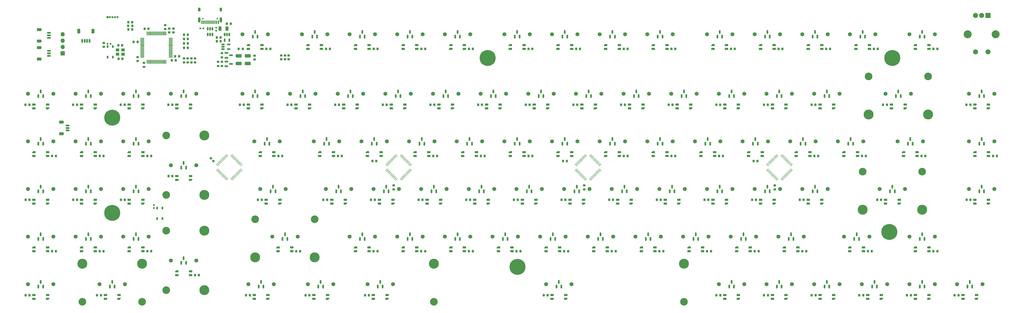
<source format=gbr>
%TF.GenerationSoftware,KiCad,Pcbnew,9.0.5*%
%TF.CreationDate,2026-01-20T20:49:48+07:00*%
%TF.ProjectId,MK98,4d4b3938-2e6b-4696-9361-645f70636258,rev?*%
%TF.SameCoordinates,Original*%
%TF.FileFunction,Soldermask,Bot*%
%TF.FilePolarity,Negative*%
%FSLAX46Y46*%
G04 Gerber Fmt 4.6, Leading zero omitted, Abs format (unit mm)*
G04 Created by KiCad (PCBNEW 9.0.5) date 2026-01-20 20:49:48*
%MOMM*%
%LPD*%
G01*
G04 APERTURE LIST*
G04 Aperture macros list*
%AMRoundRect*
0 Rectangle with rounded corners*
0 $1 Rounding radius*
0 $2 $3 $4 $5 $6 $7 $8 $9 X,Y pos of 4 corners*
0 Add a 4 corners polygon primitive as box body*
4,1,4,$2,$3,$4,$5,$6,$7,$8,$9,$2,$3,0*
0 Add four circle primitives for the rounded corners*
1,1,$1+$1,$2,$3*
1,1,$1+$1,$4,$5*
1,1,$1+$1,$6,$7*
1,1,$1+$1,$8,$9*
0 Add four rect primitives between the rounded corners*
20,1,$1+$1,$2,$3,$4,$5,0*
20,1,$1+$1,$4,$5,$6,$7,0*
20,1,$1+$1,$6,$7,$8,$9,0*
20,1,$1+$1,$8,$9,$2,$3,0*%
%AMRotRect*
0 Rectangle, with rotation*
0 The origin of the aperture is its center*
0 $1 length*
0 $2 width*
0 $3 Rotation angle, in degrees counterclockwise*
0 Add horizontal line*
21,1,$1,$2,0,0,$3*%
%AMFreePoly0*
4,1,18,-0.410000,0.593000,-0.403758,0.624380,-0.385983,0.650983,-0.359380,0.668758,-0.328000,0.675000,0.328000,0.675000,0.359380,0.668758,0.385983,0.650983,0.403758,0.624380,0.410000,0.593000,0.410000,-0.593000,0.403758,-0.624380,0.385983,-0.650983,0.359380,-0.668758,0.328000,-0.675000,0.000000,-0.675000,-0.410000,-0.265000,-0.410000,0.593000,-0.410000,0.593000,$1*%
G04 Aperture macros list end*
%ADD10C,2.000000*%
%ADD11C,3.200000*%
%ADD12R,2.000000X2.000000*%
%ADD13R,0.850000X0.850000*%
%ADD14C,0.850000*%
%ADD15C,3.987800*%
%ADD16C,3.048000*%
%ADD17C,0.800000*%
%ADD18C,6.400000*%
%ADD19O,1.700000X1.700000*%
%ADD20R,1.700000X1.700000*%
%ADD21FreePoly0,270.000000*%
%ADD22RoundRect,0.082000X-0.593000X0.328000X-0.593000X-0.328000X0.593000X-0.328000X0.593000X0.328000X0*%
%ADD23FreePoly0,90.000000*%
%ADD24RoundRect,0.082000X0.593000X-0.328000X0.593000X0.328000X-0.593000X0.328000X-0.593000X-0.328000X0*%
%ADD25RoundRect,0.250000X-0.350000X-0.650000X0.350000X-0.650000X0.350000X0.650000X-0.350000X0.650000X0*%
%ADD26RoundRect,0.150000X-0.150000X-0.625000X0.150000X-0.625000X0.150000X0.625000X-0.150000X0.625000X0*%
%ADD27RoundRect,0.225000X0.225000X0.250000X-0.225000X0.250000X-0.225000X-0.250000X0.225000X-0.250000X0*%
%ADD28RoundRect,0.150000X0.150000X-0.587500X0.150000X0.587500X-0.150000X0.587500X-0.150000X-0.587500X0*%
%ADD29C,1.600000*%
%ADD30RoundRect,0.250000X-0.945000X0.420000X-0.945000X-0.420000X0.945000X-0.420000X0.945000X0.420000X0*%
%ADD31RoundRect,0.225000X-0.225000X-0.250000X0.225000X-0.250000X0.225000X0.250000X-0.225000X0.250000X0*%
%ADD32RoundRect,0.200000X-0.275000X0.200000X-0.275000X-0.200000X0.275000X-0.200000X0.275000X0.200000X0*%
%ADD33RoundRect,0.225000X0.250000X-0.225000X0.250000X0.225000X-0.250000X0.225000X-0.250000X-0.225000X0*%
%ADD34RoundRect,0.150000X-0.512500X-0.150000X0.512500X-0.150000X0.512500X0.150000X-0.512500X0.150000X0*%
%ADD35RoundRect,0.250000X0.375000X0.625000X-0.375000X0.625000X-0.375000X-0.625000X0.375000X-0.625000X0*%
%ADD36RoundRect,0.160000X-0.160000X0.197500X-0.160000X-0.197500X0.160000X-0.197500X0.160000X0.197500X0*%
%ADD37RoundRect,0.225000X-0.250000X0.225000X-0.250000X-0.225000X0.250000X-0.225000X0.250000X0.225000X0*%
%ADD38R,0.700000X1.050013*%
%ADD39RoundRect,0.250000X0.650000X-0.350000X0.650000X0.350000X-0.650000X0.350000X-0.650000X-0.350000X0*%
%ADD40RoundRect,0.150000X0.625000X-0.150000X0.625000X0.150000X-0.625000X0.150000X-0.625000X-0.150000X0*%
%ADD41RoundRect,0.150000X-0.150000X0.512500X-0.150000X-0.512500X0.150000X-0.512500X0.150000X0.512500X0*%
%ADD42RoundRect,0.250000X-0.450000X-0.350000X0.450000X-0.350000X0.450000X0.350000X-0.450000X0.350000X0*%
%ADD43RoundRect,0.150000X-0.587500X-0.150000X0.587500X-0.150000X0.587500X0.150000X-0.587500X0.150000X0*%
%ADD44RoundRect,0.200000X-0.200000X-0.275000X0.200000X-0.275000X0.200000X0.275000X-0.200000X0.275000X0*%
%ADD45RoundRect,0.160000X0.197500X0.160000X-0.197500X0.160000X-0.197500X-0.160000X0.197500X-0.160000X0*%
%ADD46RoundRect,0.250000X-0.650000X0.350000X-0.650000X-0.350000X0.650000X-0.350000X0.650000X0.350000X0*%
%ADD47RoundRect,0.150000X-0.625000X0.150000X-0.625000X-0.150000X0.625000X-0.150000X0.625000X0.150000X0*%
%ADD48RoundRect,0.200000X0.275000X-0.200000X0.275000X0.200000X-0.275000X0.200000X-0.275000X-0.200000X0*%
%ADD49RotRect,0.229400X1.161999X45.000000*%
%ADD50RotRect,0.229400X1.161999X315.000000*%
%ADD51RotRect,0.229400X1.161999X135.000000*%
%ADD52RoundRect,0.075000X-0.075000X-0.700000X0.075000X-0.700000X0.075000X0.700000X-0.075000X0.700000X0*%
%ADD53RoundRect,0.075000X-0.700000X-0.075000X0.700000X-0.075000X0.700000X0.075000X-0.700000X0.075000X0*%
%ADD54RoundRect,0.225000X-0.335876X-0.017678X-0.017678X-0.335876X0.335876X0.017678X0.017678X0.335876X0*%
%ADD55O,1.000000X2.100000*%
%ADD56O,1.000000X1.600000*%
%ADD57R,0.600000X1.450000*%
%ADD58R,0.300000X1.450000*%
%ADD59C,0.650000*%
G04 APERTURE END LIST*
D10*
%TO.C,ENC1*%
X414347719Y-43987475D03*
X409347719Y-43987475D03*
D11*
X406247719Y-36987475D03*
X417447719Y-36987475D03*
D10*
X411847719Y-29487475D03*
X409347719Y-29487475D03*
D12*
X414347719Y-29487475D03*
%TD*%
D13*
%TO.C,J3*%
X62288245Y-30147971D03*
D14*
X63288245Y-30147971D03*
X64288246Y-30147971D03*
X65288245Y-30147971D03*
X66288245Y-30147971D03*
%TD*%
D15*
%TO.C,SB1*%
X390416250Y-69055000D03*
D16*
X390416250Y-53815000D03*
D15*
X366603750Y-69055000D03*
D16*
X366603750Y-53815000D03*
%TD*%
D17*
%TO.C,H3*%
X216682679Y-46475571D03*
X215979735Y-48172627D03*
X215979735Y-44778515D03*
X214282679Y-48875571D03*
D18*
X214282679Y-46475571D03*
D17*
X214282679Y-44075571D03*
X212585623Y-48172627D03*
X212585623Y-44778515D03*
X211882679Y-46475571D03*
%TD*%
D15*
%TO.C,SB2*%
X145147500Y-126205000D03*
D16*
X145147500Y-110965000D03*
D15*
X121335000Y-126205000D03*
D16*
X121335000Y-110965000D03*
%TD*%
D19*
%TO.C,J4*%
X44400000Y-37020000D03*
X44400000Y-39560000D03*
X44400000Y-42100000D03*
D20*
X44400000Y-44640000D03*
%TD*%
D17*
%TO.C,H2*%
X66585000Y-108425000D03*
X65882056Y-110122056D03*
X65882056Y-106727944D03*
X64185000Y-110825000D03*
D18*
X64185000Y-108425000D03*
D17*
X64185000Y-106025000D03*
X62487944Y-110122056D03*
X62487944Y-106727944D03*
X61785000Y-108425000D03*
%TD*%
%TO.C,H5*%
X378495424Y-46477450D03*
X377792480Y-48174506D03*
X377792480Y-44780394D03*
X376095424Y-48877450D03*
D18*
X376095424Y-46477450D03*
D17*
X376095424Y-44077450D03*
X374398368Y-48174506D03*
X374398368Y-44780394D03*
X373695424Y-46477450D03*
%TD*%
D16*
%TO.C,SB6*%
X85775000Y-77468750D03*
X85775000Y-101281250D03*
D15*
X101015001Y-77468749D03*
X101015001Y-101281251D03*
%TD*%
D17*
%TO.C,H6*%
X377350000Y-116022814D03*
X376647056Y-117719870D03*
X376647056Y-114325758D03*
X374950000Y-118422814D03*
D18*
X374950000Y-116022814D03*
D17*
X374950000Y-113622814D03*
X373252944Y-117719870D03*
X373252944Y-114325758D03*
X372550000Y-116022814D03*
%TD*%
D15*
%TO.C,SB3*%
X192772500Y-128745000D03*
D16*
X192772500Y-143984999D03*
D15*
X292785000Y-128745000D03*
D16*
X292785000Y-143984999D03*
%TD*%
D17*
%TO.C,H1*%
X66585000Y-70375000D03*
X65882056Y-72072056D03*
X65882056Y-68677944D03*
X64185000Y-72775000D03*
D18*
X64185000Y-70375000D03*
D17*
X64185000Y-67975000D03*
X62487944Y-72072056D03*
X62487944Y-68677944D03*
X61785000Y-70375000D03*
%TD*%
D15*
%TO.C,SB5*%
X388035000Y-107155000D03*
D16*
X388035000Y-91915000D03*
D15*
X364222500Y-107155000D03*
D16*
X364222500Y-91915000D03*
%TD*%
D15*
%TO.C,SB4*%
X52278749Y-128745000D03*
D16*
X52278750Y-143985000D03*
X76091250Y-143985000D03*
D15*
X76091251Y-128745000D03*
%TD*%
D17*
%TO.C,H4*%
X228660000Y-130000000D03*
X227957056Y-131697056D03*
X227957056Y-128302944D03*
X226260000Y-132400000D03*
D18*
X226260000Y-130000000D03*
D17*
X226260000Y-127600000D03*
X224562944Y-131697056D03*
X224562944Y-128302944D03*
X223860000Y-130000000D03*
%TD*%
D16*
%TO.C,SB7*%
X85775000Y-115568750D03*
X85775000Y-139381250D03*
D15*
X101015001Y-115568749D03*
X101015001Y-139381251D03*
%TD*%
D21*
%TO.C,LED38*%
X147185000Y-84180000D03*
D22*
X147185000Y-85680000D03*
X152635000Y-84180000D03*
X152635000Y-85680000D03*
%TD*%
D23*
%TO.C,LED87*%
X66910000Y-142830000D03*
D24*
X66910000Y-141330000D03*
X61460000Y-142830000D03*
X61460000Y-141330000D03*
%TD*%
D21*
%TO.C,LED10*%
X304347500Y-41317500D03*
D22*
X304347500Y-42817500D03*
X309797500Y-41317500D03*
X309797500Y-42817500D03*
%TD*%
D25*
%TO.C,J5*%
X56450000Y-35700000D03*
X50850000Y-35700000D03*
D26*
X55150000Y-39575000D03*
X54150000Y-39575000D03*
X53150000Y-39575000D03*
X52150000Y-39575000D03*
%TD*%
D23*
%TO.C,LED59*%
X214547500Y-104730000D03*
D24*
X214547500Y-103230000D03*
X209097500Y-104730000D03*
X209097500Y-103230000D03*
%TD*%
D27*
%TO.C,C29*%
X305737500Y-65150000D03*
X307287500Y-65150000D03*
%TD*%
D28*
%TO.C,HE39*%
X168960000Y-78912500D03*
X168010000Y-80787500D03*
X169910000Y-80787500D03*
D29*
X163880000Y-79850000D03*
X174040000Y-79850000D03*
%TD*%
D28*
%TO.C,HE5*%
X202297500Y-36050000D03*
X201347500Y-37925000D03*
X203247500Y-37925000D03*
D29*
X197217500Y-36987500D03*
X207377500Y-36987500D03*
%TD*%
D30*
%TO.C,C109*%
X118348137Y-48680571D03*
X118348137Y-45600571D03*
%TD*%
D23*
%TO.C,LED68*%
X414572500Y-104730000D03*
D24*
X414572500Y-103230000D03*
X409122500Y-104730000D03*
X409122500Y-103230000D03*
%TD*%
D21*
%TO.C,LED47*%
X318635000Y-84180000D03*
D22*
X318635000Y-85680000D03*
X324085000Y-84180000D03*
X324085000Y-85680000D03*
%TD*%
D27*
%TO.C,C28*%
X286687500Y-65150000D03*
X288237500Y-65150000D03*
%TD*%
D23*
%TO.C,LED95*%
X371710000Y-142830000D03*
D24*
X371710000Y-141330000D03*
X366260000Y-142830000D03*
X366260000Y-141330000D03*
%TD*%
D28*
%TO.C,HE67*%
X376128750Y-97962500D03*
X375178750Y-99837500D03*
X377078750Y-99837500D03*
D29*
X371048750Y-98900000D03*
X381208750Y-98900000D03*
%TD*%
D23*
%TO.C,LED96*%
X390760000Y-142830000D03*
D24*
X390760000Y-141330000D03*
X385310000Y-142830000D03*
X385310000Y-141330000D03*
%TD*%
D31*
%TO.C,C5*%
X208357501Y-42820000D03*
X206807501Y-42820000D03*
%TD*%
D28*
%TO.C,HE49*%
X359460000Y-78912500D03*
X358510000Y-80787500D03*
X360410000Y-80787500D03*
D29*
X354380000Y-79850000D03*
X364540000Y-79850000D03*
%TD*%
D32*
%TO.C,R4*%
X92860000Y-48270000D03*
X92860000Y-46620000D03*
%TD*%
D28*
%TO.C,HE28*%
X292785000Y-59862500D03*
X291835000Y-61737500D03*
X293735000Y-61737500D03*
D29*
X287705000Y-60800000D03*
X297865000Y-60800000D03*
%TD*%
D28*
%TO.C,HE95*%
X368985000Y-136062500D03*
X368035000Y-137937500D03*
X369935000Y-137937500D03*
D29*
X363905000Y-137000000D03*
X374065000Y-137000000D03*
%TD*%
D27*
%TO.C,C124*%
X105975000Y-38250000D03*
X107525000Y-38250000D03*
%TD*%
D33*
%TO.C,C114*%
X88623857Y-34672815D03*
X88623857Y-36222815D03*
%TD*%
D28*
%TO.C,HE9*%
X283260000Y-36050000D03*
X282310000Y-37925000D03*
X284210000Y-37925000D03*
D29*
X278180000Y-36987500D03*
X288340000Y-36987500D03*
%TD*%
D21*
%TO.C,LED74*%
X161472500Y-122280000D03*
D22*
X161472500Y-123780000D03*
X166922500Y-122280000D03*
X166922500Y-123780000D03*
%TD*%
D28*
%TO.C,HE64*%
X307072500Y-97962500D03*
X306122500Y-99837500D03*
X308022500Y-99837500D03*
D29*
X301992500Y-98900000D03*
X312152500Y-98900000D03*
%TD*%
D27*
%TO.C,C24*%
X210487500Y-65150000D03*
X212037500Y-65150000D03*
%TD*%
D34*
%TO.C,U2*%
X110730000Y-42950000D03*
X110730000Y-41050002D03*
X108455000Y-41050002D03*
X108455000Y-42000001D03*
X108455000Y-42950000D03*
%TD*%
D23*
%TO.C,LED26*%
X257410000Y-66630000D03*
D24*
X257410000Y-65130000D03*
X251960000Y-66630000D03*
X251960000Y-65130000D03*
%TD*%
D21*
%TO.C,LED43*%
X242435000Y-84180000D03*
D22*
X242435000Y-85680000D03*
X247885000Y-84180000D03*
X247885000Y-85680000D03*
%TD*%
D28*
%TO.C,HE59*%
X211822500Y-97962500D03*
X210872500Y-99837500D03*
X212772500Y-99837500D03*
D29*
X206742500Y-98900000D03*
X216902500Y-98900000D03*
%TD*%
D28*
%TO.C,HE31*%
X349935000Y-59862500D03*
X348985000Y-61737500D03*
X350885000Y-61737500D03*
D29*
X344855000Y-60800000D03*
X355015000Y-60800000D03*
%TD*%
D28*
%TO.C,HE23*%
X197535000Y-59862500D03*
X196585000Y-61737500D03*
X198485000Y-61737500D03*
D29*
X192455000Y-60800000D03*
X202615000Y-60800000D03*
%TD*%
D28*
%TO.C,HE78*%
X240397500Y-117012500D03*
X239447500Y-118887500D03*
X241347500Y-118887500D03*
D29*
X235317500Y-117950000D03*
X245477500Y-117950000D03*
%TD*%
D28*
%TO.C,HE35*%
X73710000Y-78912500D03*
X72760000Y-80787500D03*
X74660000Y-80787500D03*
D29*
X68630000Y-79850000D03*
X78790000Y-79850000D03*
%TD*%
D28*
%TO.C,HE7*%
X245160000Y-36050000D03*
X244210000Y-37925000D03*
X246110000Y-37925000D03*
D29*
X240080000Y-36987500D03*
X250240000Y-36987500D03*
%TD*%
D23*
%TO.C,LED19*%
X124060000Y-66630000D03*
D24*
X124060000Y-65130000D03*
X118610000Y-66630000D03*
X118610000Y-65130000D03*
%TD*%
D21*
%TO.C,LED8*%
X261485000Y-41317500D03*
D22*
X261485000Y-42817500D03*
X266935000Y-41317500D03*
X266935000Y-42817500D03*
%TD*%
D35*
%TO.C,F1*%
X107250002Y-34700000D03*
X110050000Y-34700000D03*
%TD*%
D28*
%TO.C,HE80*%
X278497500Y-117012500D03*
X277547500Y-118887500D03*
X279447500Y-118887500D03*
D29*
X273417500Y-117950000D03*
X283577500Y-117950000D03*
%TD*%
D28*
%TO.C,HE63*%
X288022500Y-97962500D03*
X287072500Y-99837500D03*
X288972500Y-99837500D03*
D29*
X282942500Y-98900000D03*
X293102500Y-98900000D03*
%TD*%
D28*
%TO.C,HE17*%
X73710000Y-59862500D03*
X72760000Y-61737500D03*
X74660000Y-61737500D03*
D29*
X68630000Y-60800000D03*
X78790000Y-60800000D03*
%TD*%
D31*
%TO.C,C41*%
X213121974Y-85674911D03*
X211571974Y-85674911D03*
%TD*%
D36*
%TO.C,R9*%
X105732149Y-35582351D03*
X105732149Y-34387351D03*
%TD*%
D37*
%TO.C,C101*%
X134750000Y-47010000D03*
X134750000Y-45460000D03*
%TD*%
D28*
%TO.C,HE10*%
X307072500Y-36050000D03*
X306122500Y-37925000D03*
X308022500Y-37925000D03*
D29*
X301992500Y-36987500D03*
X312152500Y-36987500D03*
%TD*%
D28*
%TO.C,HE25*%
X235635000Y-59862500D03*
X234685000Y-61737500D03*
X236585000Y-61737500D03*
D29*
X230555000Y-60800000D03*
X240715000Y-60800000D03*
%TD*%
D21*
%TO.C,LED50*%
X380547500Y-84180000D03*
D22*
X380547500Y-85680000D03*
X385997500Y-84180000D03*
X385997500Y-85680000D03*
%TD*%
D21*
%TO.C,LED48*%
X337685000Y-84180000D03*
D22*
X337685000Y-85680000D03*
X343135000Y-84180000D03*
X343135000Y-85680000D03*
%TD*%
D38*
%TO.C,RST_BTN1*%
X64474930Y-46100076D03*
X64474930Y-41899924D03*
X62325070Y-46100076D03*
X62325070Y-41899924D03*
%TD*%
D32*
%TO.C,R2*%
X106550000Y-49660000D03*
X106550000Y-48010000D03*
%TD*%
D27*
%TO.C,C115*%
X77100000Y-34775000D03*
X78650000Y-34775000D03*
%TD*%
D31*
%TO.C,C69*%
X41665000Y-123790000D03*
X40115000Y-123790000D03*
%TD*%
D27*
%TO.C,C15*%
X29512500Y-65150000D03*
X31062500Y-65150000D03*
%TD*%
D39*
%TO.C,J6*%
X35000000Y-42325000D03*
X35000000Y-46925000D03*
D40*
X38875000Y-43625000D03*
X38875001Y-44625000D03*
X38875000Y-45625000D03*
%TD*%
D28*
%TO.C,HE92*%
X311835000Y-136062500D03*
X310885000Y-137937500D03*
X312785000Y-137937500D03*
D29*
X306755000Y-137000000D03*
X316915000Y-137000000D03*
%TD*%
D31*
%TO.C,C80*%
X284552500Y-123790000D03*
X283002500Y-123790000D03*
%TD*%
%TO.C,C42*%
X232171974Y-85674911D03*
X230621974Y-85674911D03*
%TD*%
D28*
%TO.C,HE14*%
X388035000Y-36050000D03*
X387085000Y-37925000D03*
X388985000Y-37925000D03*
D29*
X382955000Y-36987500D03*
X393115000Y-36987500D03*
%TD*%
D28*
%TO.C,HE79*%
X259447500Y-117012500D03*
X258497500Y-118887500D03*
X260397500Y-118887500D03*
D29*
X254367500Y-117950000D03*
X264527500Y-117950000D03*
%TD*%
D41*
%TO.C,U3*%
X102370575Y-37059171D03*
X103320574Y-37059171D03*
X104270573Y-37059171D03*
X104270573Y-34784171D03*
X103320574Y-34784171D03*
X102370575Y-34784171D03*
%TD*%
D27*
%TO.C,C32*%
X372412500Y-65150000D03*
X373962500Y-65150000D03*
%TD*%
D23*
%TO.C,LED61*%
X252647500Y-104730000D03*
D24*
X252647500Y-103230000D03*
X247197500Y-104730000D03*
X247197500Y-103230000D03*
%TD*%
D27*
%TO.C,C120*%
X72775000Y-40075000D03*
X74325000Y-40075000D03*
%TD*%
D23*
%TO.C,LED63*%
X290747500Y-104730000D03*
D24*
X290747500Y-103230000D03*
X285297500Y-104730000D03*
X285297500Y-103230000D03*
%TD*%
D28*
%TO.C,HE36*%
X92760000Y-88437500D03*
X91810000Y-90312500D03*
X93710000Y-90312500D03*
D29*
X87680000Y-89375000D03*
X97840000Y-89375000D03*
%TD*%
D21*
%TO.C,LED46*%
X299585000Y-84180000D03*
D22*
X299585000Y-85680000D03*
X305035000Y-84180000D03*
X305035000Y-85680000D03*
%TD*%
D31*
%TO.C,C10*%
X313132501Y-42820000D03*
X311582501Y-42820000D03*
%TD*%
D21*
%TO.C,LED1*%
X118610000Y-41317500D03*
D22*
X118610000Y-42817500D03*
X124060000Y-41317500D03*
X124060000Y-42817500D03*
%TD*%
D21*
%TO.C,LED11*%
X323397500Y-41317500D03*
D22*
X323397500Y-42817500D03*
X328847500Y-41317500D03*
X328847500Y-42817500D03*
%TD*%
D30*
%TO.C,C108*%
X114730000Y-48680000D03*
X114730000Y-45600000D03*
%TD*%
D21*
%TO.C,LED6*%
X223385000Y-41317500D03*
D22*
X223385000Y-42817500D03*
X228835000Y-41317500D03*
X228835000Y-42817500D03*
%TD*%
D23*
%TO.C,LED22*%
X181210000Y-66630000D03*
D24*
X181210000Y-65130000D03*
X175760000Y-66630000D03*
X175760000Y-65130000D03*
%TD*%
D28*
%TO.C,HE40*%
X188010000Y-78912500D03*
X187060000Y-80787500D03*
X188960000Y-80787500D03*
D29*
X182930000Y-79850000D03*
X193090000Y-79850000D03*
%TD*%
D28*
%TO.C,HE12*%
X345172500Y-36050000D03*
X344222500Y-37925000D03*
X346122500Y-37925000D03*
D29*
X340092500Y-36987500D03*
X350252500Y-36987500D03*
%TD*%
D37*
%TO.C,C117*%
X76859771Y-49986890D03*
X76859771Y-48436890D03*
%TD*%
D28*
%TO.C,HE82*%
X316597500Y-117012500D03*
X315647500Y-118887500D03*
X317547500Y-118887500D03*
D29*
X311517500Y-117950000D03*
X321677500Y-117950000D03*
%TD*%
D21*
%TO.C,LED71*%
X70985000Y-122280000D03*
D22*
X70985000Y-123780000D03*
X76435000Y-122280000D03*
X76435000Y-123780000D03*
%TD*%
D27*
%TO.C,C25*%
X229537500Y-65150000D03*
X231087500Y-65150000D03*
%TD*%
D23*
%TO.C,LED88*%
X126441250Y-142830000D03*
D24*
X126441250Y-141330000D03*
X120991250Y-142830000D03*
X120991250Y-141330000D03*
%TD*%
D31*
%TO.C,C112*%
X94410000Y-38876289D03*
X92860000Y-38876289D03*
%TD*%
D23*
%TO.C,LED86*%
X38335000Y-142830000D03*
D24*
X38335000Y-141330000D03*
X32885000Y-142830000D03*
X32885000Y-141330000D03*
%TD*%
D27*
%TO.C,C21*%
X153337500Y-65150000D03*
X154887500Y-65150000D03*
%TD*%
D28*
%TO.C,HE88*%
X123716250Y-136062500D03*
X122766250Y-137937500D03*
X124666250Y-137937500D03*
D29*
X118636250Y-137000000D03*
X128796250Y-137000000D03*
%TD*%
D31*
%TO.C,C6*%
X232170000Y-42820000D03*
X230620000Y-42820000D03*
%TD*%
%TO.C,C8*%
X270270001Y-42820000D03*
X268720001Y-42820000D03*
%TD*%
%TO.C,C48*%
X346471974Y-85674911D03*
X344921974Y-85674911D03*
%TD*%
D28*
%TO.C,HE29*%
X311835000Y-59862500D03*
X310885000Y-61737500D03*
X312785000Y-61737500D03*
D29*
X306755000Y-60800000D03*
X316915000Y-60800000D03*
%TD*%
D28*
%TO.C,HE42*%
X226110000Y-78912500D03*
X225160000Y-80787500D03*
X227060000Y-80787500D03*
D29*
X221030000Y-79850000D03*
X231190000Y-79850000D03*
%TD*%
D31*
%TO.C,C76*%
X208352500Y-123790000D03*
X206802500Y-123790000D03*
%TD*%
D27*
%TO.C,C90*%
X165281250Y-141370000D03*
X166831250Y-141370000D03*
%TD*%
D31*
%TO.C,C4*%
X189307501Y-42820000D03*
X187757501Y-42820000D03*
%TD*%
D23*
%TO.C,LED64*%
X309797500Y-104730000D03*
D24*
X309797500Y-103230000D03*
X304347500Y-104730000D03*
X304347500Y-103230000D03*
%TD*%
D31*
%TO.C,C51*%
X417909474Y-85674911D03*
X416359474Y-85674911D03*
%TD*%
D23*
%TO.C,LED58*%
X195497500Y-104730000D03*
D24*
X195497500Y-103230000D03*
X190047500Y-104730000D03*
X190047500Y-103230000D03*
%TD*%
D23*
%TO.C,LED32*%
X381235000Y-66630000D03*
D24*
X381235000Y-65130000D03*
X375785000Y-66630000D03*
X375785000Y-65130000D03*
%TD*%
D27*
%TO.C,C23*%
X191437500Y-65150000D03*
X192987500Y-65150000D03*
%TD*%
D36*
%TO.C,R11*%
X80890000Y-106517500D03*
X80890000Y-105322500D03*
%TD*%
D21*
%TO.C,LED73*%
X130516250Y-122280000D03*
D22*
X130516250Y-123780000D03*
X135966250Y-122280000D03*
X135966250Y-123780000D03*
%TD*%
D28*
%TO.C,HE68*%
X411847500Y-97962500D03*
X410897500Y-99837500D03*
X412797500Y-99837500D03*
D29*
X406767500Y-98900000D03*
X416927500Y-98900000D03*
%TD*%
D21*
%TO.C,LED39*%
X166235000Y-84180000D03*
D22*
X166235000Y-85680000D03*
X171685000Y-84180000D03*
X171685000Y-85680000D03*
%TD*%
D31*
%TO.C,C82*%
X322652500Y-123790000D03*
X321102500Y-123790000D03*
%TD*%
D32*
%TO.C,R6*%
X95813333Y-48270000D03*
X95813333Y-46620000D03*
%TD*%
D27*
%TO.C,C55*%
X122418750Y-103230000D03*
X123968750Y-103230000D03*
%TD*%
D21*
%TO.C,LED44*%
X261485000Y-84180000D03*
D22*
X261485000Y-85680000D03*
X266935000Y-84180000D03*
X266935000Y-85680000D03*
%TD*%
D42*
%TO.C,Y1*%
X66326719Y-44926475D03*
X68526719Y-44926475D03*
X68526719Y-43226475D03*
X66326719Y-43226475D03*
%TD*%
D27*
%TO.C,C58*%
X186712500Y-103230000D03*
X188262500Y-103230000D03*
%TD*%
%TO.C,C53*%
X48600000Y-103230000D03*
X50150000Y-103230000D03*
%TD*%
D23*
%TO.C,LED24*%
X219310000Y-66630000D03*
D24*
X219310000Y-65130000D03*
X213860000Y-66630000D03*
X213860000Y-65130000D03*
%TD*%
D28*
%TO.C,HE61*%
X249922500Y-97962500D03*
X248972500Y-99837500D03*
X250872500Y-99837500D03*
D29*
X244842500Y-98900000D03*
X255002500Y-98900000D03*
%TD*%
D31*
%TO.C,C7*%
X251220002Y-42820000D03*
X249670002Y-42820000D03*
%TD*%
D27*
%TO.C,C88*%
X117656250Y-141370000D03*
X119206250Y-141370000D03*
%TD*%
D43*
%TO.C,Q2*%
X111690001Y-48840001D03*
X109815000Y-47890001D03*
X109815000Y-49790001D03*
%TD*%
D27*
%TO.C,C97*%
X401025000Y-141370000D03*
X402575000Y-141370000D03*
%TD*%
D23*
%TO.C,LED52*%
X38335000Y-104730000D03*
D24*
X38335000Y-103230000D03*
X32885000Y-104730000D03*
X32885000Y-103230000D03*
%TD*%
D28*
%TO.C,HE75*%
X183247500Y-117012500D03*
X182297500Y-118887500D03*
X184197500Y-118887500D03*
D29*
X178167500Y-117950000D03*
X188327500Y-117950000D03*
%TD*%
D28*
%TO.C,HE43*%
X245160000Y-78912500D03*
X244210000Y-80787500D03*
X246110000Y-80787500D03*
D29*
X240080000Y-79850000D03*
X250240000Y-79850000D03*
%TD*%
D23*
%TO.C,LED21*%
X162160000Y-66630000D03*
D24*
X162160000Y-65130000D03*
X156710000Y-66630000D03*
X156710000Y-65130000D03*
%TD*%
D28*
%TO.C,HE74*%
X164197500Y-117012500D03*
X163247500Y-118887500D03*
X165147500Y-118887500D03*
D29*
X159117500Y-117950000D03*
X169277500Y-117950000D03*
%TD*%
D31*
%TO.C,C118*%
X89545528Y-47368461D03*
X87995528Y-47368461D03*
%TD*%
D23*
%TO.C,LED65*%
X328847500Y-104730000D03*
D24*
X328847500Y-103230000D03*
X323397500Y-104730000D03*
X323397500Y-103230000D03*
%TD*%
D27*
%TO.C,C20*%
X134287500Y-65150000D03*
X135837500Y-65150000D03*
%TD*%
D21*
%TO.C,LED76*%
X199572500Y-122280000D03*
D22*
X199572500Y-123780000D03*
X205022500Y-122280000D03*
X205022500Y-123780000D03*
%TD*%
D33*
%TO.C,C128*%
X252916719Y-97471475D03*
X252916719Y-99021475D03*
%TD*%
D31*
%TO.C,C77*%
X227402500Y-123790000D03*
X225852500Y-123790000D03*
%TD*%
D23*
%TO.C,LED16*%
X57385000Y-66630000D03*
D24*
X57385000Y-65130000D03*
X51935000Y-66630000D03*
X51935000Y-65130000D03*
%TD*%
D31*
%TO.C,C122*%
X68275247Y-46805907D03*
X66725247Y-46805907D03*
%TD*%
D28*
%TO.C,HE4*%
X183247500Y-36050000D03*
X182297500Y-37925000D03*
X184197500Y-37925000D03*
D29*
X178167500Y-36987500D03*
X188327500Y-36987500D03*
%TD*%
D28*
%TO.C,HE69*%
X35610000Y-117012500D03*
X34660000Y-118887500D03*
X36560000Y-118887500D03*
D29*
X30530000Y-117950000D03*
X40690000Y-117950000D03*
%TD*%
D28*
%TO.C,HE41*%
X207060000Y-78912500D03*
X206110000Y-80787500D03*
X208010000Y-80787500D03*
D29*
X201980000Y-79850000D03*
X212140000Y-79850000D03*
%TD*%
D44*
%TO.C,R12*%
X116386719Y-42841475D03*
X114736719Y-42841475D03*
%TD*%
D31*
%TO.C,C2*%
X151207501Y-42820000D03*
X149657501Y-42820000D03*
%TD*%
%TO.C,C13*%
X370282501Y-42820000D03*
X368732501Y-42820000D03*
%TD*%
D28*
%TO.C,HE48*%
X340410000Y-78912500D03*
X339460000Y-80787500D03*
X341360000Y-80787500D03*
D29*
X335330000Y-79850000D03*
X345490000Y-79850000D03*
%TD*%
D28*
%TO.C,HE24*%
X216585000Y-59862500D03*
X215635000Y-61737500D03*
X217535000Y-61737500D03*
D29*
X211505000Y-60800000D03*
X221665000Y-60800000D03*
%TD*%
D38*
%TO.C,BOOT_BTN1*%
X84274930Y-110700076D03*
X84274930Y-106499924D03*
X82125070Y-110700076D03*
X82125070Y-106499924D03*
%TD*%
D45*
%TO.C,R8*%
X99422500Y-34610000D03*
X100617500Y-34610000D03*
%TD*%
D28*
%TO.C,HE46*%
X302310000Y-78912500D03*
X301360000Y-80787500D03*
X303260000Y-80787500D03*
D29*
X297230000Y-79850000D03*
X307390000Y-79850000D03*
%TD*%
D31*
%TO.C,C74*%
X170252500Y-123790000D03*
X168702500Y-123790000D03*
%TD*%
%TO.C,C110*%
X94410000Y-42370000D03*
X92860000Y-42370000D03*
%TD*%
D23*
%TO.C,LED36*%
X95485000Y-95205000D03*
D24*
X95485000Y-93705000D03*
X90035000Y-95205000D03*
X90035000Y-93705000D03*
%TD*%
D28*
%TO.C,HE58*%
X192772500Y-97962500D03*
X191822500Y-99837500D03*
X193722500Y-99837500D03*
D29*
X187692500Y-98900000D03*
X197852500Y-98900000D03*
%TD*%
D28*
%TO.C,HE6*%
X226110000Y-36050000D03*
X225160000Y-37925000D03*
X227060000Y-37925000D03*
D29*
X221030000Y-36987500D03*
X231190000Y-36987500D03*
%TD*%
D21*
%TO.C,LED2*%
X142422500Y-41317500D03*
D22*
X142422500Y-42817500D03*
X147872500Y-41317500D03*
X147872500Y-42817500D03*
%TD*%
D28*
%TO.C,HE93*%
X330885000Y-136062500D03*
X329935000Y-137937500D03*
X331835000Y-137937500D03*
D29*
X325805000Y-137000000D03*
X335965000Y-137000000D03*
%TD*%
D31*
%TO.C,C83*%
X341702500Y-123790000D03*
X340152500Y-123790000D03*
%TD*%
D27*
%TO.C,C98*%
X405750000Y-65150000D03*
X407300000Y-65150000D03*
%TD*%
D28*
%TO.C,HE98*%
X411847500Y-59862500D03*
X410897500Y-61737500D03*
X412797500Y-61737500D03*
D29*
X406767500Y-60800000D03*
X416927500Y-60800000D03*
%TD*%
D46*
%TO.C,J2*%
X43834999Y-76760000D03*
X43834999Y-72160000D03*
D47*
X46360000Y-75460000D03*
X46359999Y-74460000D03*
X46360000Y-73460000D03*
%TD*%
D21*
%TO.C,LED35*%
X70985000Y-84180000D03*
D22*
X70985000Y-85680000D03*
X76435000Y-84180000D03*
X76435000Y-85680000D03*
%TD*%
D23*
%TO.C,LED54*%
X76435000Y-104730000D03*
D24*
X76435000Y-103230000D03*
X70985000Y-104730000D03*
X70985000Y-103230000D03*
%TD*%
D31*
%TO.C,C79*%
X265502500Y-123790000D03*
X263952500Y-123790000D03*
%TD*%
%TO.C,C12*%
X351232502Y-42820000D03*
X349682502Y-42820000D03*
%TD*%
D23*
%TO.C,LED97*%
X409810000Y-142830000D03*
D24*
X409810000Y-141330000D03*
X404360000Y-142830000D03*
X404360000Y-141330000D03*
%TD*%
D31*
%TO.C,C71*%
X79765000Y-123790000D03*
X78215000Y-123790000D03*
%TD*%
D27*
%TO.C,C86*%
X29550000Y-141370000D03*
X31100000Y-141370000D03*
%TD*%
D28*
%TO.C,HE66*%
X345172500Y-97962500D03*
X344222500Y-99837500D03*
X346122500Y-99837500D03*
D29*
X340092500Y-98900000D03*
X350252500Y-98900000D03*
%TD*%
D31*
%TO.C,C75*%
X189302500Y-123790000D03*
X187752500Y-123790000D03*
%TD*%
D27*
%TO.C,C89*%
X141468750Y-141370000D03*
X143018750Y-141370000D03*
%TD*%
D23*
%TO.C,LED90*%
X174066250Y-142830000D03*
D24*
X174066250Y-141330000D03*
X168616250Y-142830000D03*
X168616250Y-141330000D03*
%TD*%
D21*
%TO.C,LED84*%
X359116250Y-122280000D03*
D22*
X359116250Y-123780000D03*
X364566250Y-122280000D03*
X364566250Y-123780000D03*
%TD*%
D31*
%TO.C,C45*%
X289321974Y-85674911D03*
X287771974Y-85674911D03*
%TD*%
D27*
%TO.C,C30*%
X324787500Y-65150000D03*
X326337500Y-65150000D03*
%TD*%
D23*
%TO.C,LED28*%
X295510000Y-66630000D03*
D24*
X295510000Y-65130000D03*
X290060000Y-66630000D03*
X290060000Y-65130000D03*
%TD*%
D28*
%TO.C,HE2*%
X145147500Y-36050000D03*
X144197500Y-37925000D03*
X146097500Y-37925000D03*
D29*
X140067500Y-36987500D03*
X150227500Y-36987500D03*
%TD*%
D23*
%TO.C,LED92*%
X314560000Y-142830000D03*
D24*
X314560000Y-141330000D03*
X309110000Y-142830000D03*
X309110000Y-141330000D03*
%TD*%
D23*
%TO.C,LED29*%
X314560000Y-66630000D03*
D24*
X314560000Y-65130000D03*
X309110000Y-66630000D03*
X309110000Y-65130000D03*
%TD*%
D27*
%TO.C,C62*%
X262912500Y-103230000D03*
X264462500Y-103230000D03*
%TD*%
D31*
%TO.C,C14*%
X394095001Y-42820000D03*
X392545001Y-42820000D03*
%TD*%
D28*
%TO.C,HE54*%
X73710000Y-97962500D03*
X72760000Y-99837500D03*
X74660000Y-99837500D03*
D29*
X68630000Y-98900000D03*
X78790000Y-98900000D03*
%TD*%
D21*
%TO.C,LED69*%
X32885000Y-122280000D03*
D22*
X32885000Y-123780000D03*
X38335000Y-122280000D03*
X38335000Y-123780000D03*
%TD*%
D27*
%TO.C,C19*%
X115237500Y-65150000D03*
X116787500Y-65150000D03*
%TD*%
D23*
%TO.C,LED31*%
X352660000Y-66630000D03*
D24*
X352660000Y-65130000D03*
X347210000Y-66630000D03*
X347210000Y-65130000D03*
%TD*%
D31*
%TO.C,C84*%
X367896250Y-123790000D03*
X366346250Y-123790000D03*
%TD*%
%TO.C,C33*%
X41669278Y-85681442D03*
X40119278Y-85681442D03*
%TD*%
D32*
%TO.C,R3*%
X108050000Y-49658820D03*
X108050000Y-48008820D03*
%TD*%
D27*
%TO.C,C47*%
X320625000Y-87667499D03*
X322175000Y-87667499D03*
%TD*%
D28*
%TO.C,HE60*%
X230872500Y-97962500D03*
X229922500Y-99837500D03*
X231822500Y-99837500D03*
D29*
X225792500Y-98900000D03*
X235952500Y-98900000D03*
%TD*%
D31*
%TO.C,C38*%
X155971974Y-85674911D03*
X154421974Y-85674911D03*
%TD*%
D27*
%TO.C,C59*%
X205762500Y-103230000D03*
X207312500Y-103230000D03*
%TD*%
D21*
%TO.C,LED81*%
X294822500Y-122280000D03*
D22*
X294822500Y-123780000D03*
X300272500Y-122280000D03*
X300272500Y-123780000D03*
%TD*%
D27*
%TO.C,C22*%
X172387500Y-65150000D03*
X173937500Y-65150000D03*
%TD*%
D21*
%TO.C,LED4*%
X180522500Y-41317500D03*
D22*
X180522500Y-42817500D03*
X185972500Y-41317500D03*
X185972500Y-42817500D03*
%TD*%
D31*
%TO.C,C78*%
X246452500Y-123790000D03*
X244902500Y-123790000D03*
%TD*%
D39*
%TO.C,J7*%
X35000000Y-35100000D03*
X35000000Y-39700000D03*
D40*
X38875000Y-36400000D03*
X38875001Y-37400000D03*
X38875000Y-38400000D03*
%TD*%
D27*
%TO.C,C92*%
X305775000Y-141370000D03*
X307325000Y-141370000D03*
%TD*%
%TO.C,C63*%
X281962500Y-103230000D03*
X283512500Y-103230000D03*
%TD*%
D31*
%TO.C,C40*%
X194071974Y-85674911D03*
X192521974Y-85674911D03*
%TD*%
D28*
%TO.C,HE19*%
X121335000Y-59862500D03*
X120385000Y-61737500D03*
X122285000Y-61737500D03*
D29*
X116255000Y-60800000D03*
X126415000Y-60800000D03*
%TD*%
D31*
%TO.C,C46*%
X308371974Y-85674911D03*
X306821974Y-85674911D03*
%TD*%
D21*
%TO.C,LED80*%
X275772500Y-122280000D03*
D22*
X275772500Y-123780000D03*
X281222500Y-122280000D03*
X281222500Y-123780000D03*
%TD*%
D23*
%TO.C,LED27*%
X276460000Y-66630000D03*
D24*
X276460000Y-65130000D03*
X271010000Y-66630000D03*
X271010000Y-65130000D03*
%TD*%
D48*
%TO.C,R1*%
X108028150Y-44555000D03*
X108028150Y-46205000D03*
%TD*%
D31*
%TO.C,C73*%
X139296250Y-123790000D03*
X137746250Y-123790000D03*
%TD*%
D23*
%TO.C,LED17*%
X76435000Y-66630000D03*
D24*
X76435000Y-65130000D03*
X70985000Y-66630000D03*
X70985000Y-65130000D03*
%TD*%
D28*
%TO.C,HE96*%
X388035000Y-136062500D03*
X387085000Y-137937500D03*
X388985000Y-137937500D03*
D29*
X382955000Y-137000000D03*
X393115000Y-137000000D03*
%TD*%
D28*
%TO.C,HE21*%
X159435000Y-59862500D03*
X158485000Y-61737500D03*
X160385000Y-61737500D03*
D29*
X154355000Y-60800000D03*
X164515000Y-60800000D03*
%TD*%
D27*
%TO.C,C54*%
X67650000Y-103230000D03*
X69200000Y-103230000D03*
%TD*%
D28*
%TO.C,HE26*%
X254680000Y-59862500D03*
X253730000Y-61737500D03*
X255630000Y-61737500D03*
D29*
X249600000Y-60800000D03*
X259760000Y-60800000D03*
%TD*%
D27*
%TO.C,C93*%
X324825000Y-141370000D03*
X326375000Y-141370000D03*
%TD*%
D21*
%TO.C,LED40*%
X185285000Y-84180000D03*
D22*
X185285000Y-85680000D03*
X190735000Y-84180000D03*
X190735000Y-85680000D03*
%TD*%
D28*
%TO.C,HE86*%
X35610000Y-136062500D03*
X34660000Y-137937500D03*
X36560000Y-137937500D03*
D29*
X30530000Y-137000000D03*
X40690000Y-137000000D03*
%TD*%
D28*
%TO.C,HE38*%
X149910000Y-78912500D03*
X148960000Y-80787500D03*
X150860000Y-80787500D03*
D29*
X144830000Y-79850000D03*
X154990000Y-79850000D03*
%TD*%
D28*
%TO.C,HE56*%
X154672500Y-97962500D03*
X153722500Y-99837500D03*
X155622500Y-99837500D03*
D29*
X149592500Y-98900000D03*
X159752500Y-98900000D03*
%TD*%
D21*
%TO.C,LED78*%
X237672500Y-122280000D03*
D22*
X237672500Y-123780000D03*
X243122500Y-122280000D03*
X243122500Y-123780000D03*
%TD*%
D28*
%TO.C,HE91*%
X242778750Y-136062500D03*
X241828750Y-137937500D03*
X243728750Y-137937500D03*
D29*
X237698750Y-137000000D03*
X247858750Y-137000000D03*
%TD*%
D21*
%TO.C,LED3*%
X161472500Y-41317500D03*
D22*
X161472500Y-42817500D03*
X166922500Y-41317500D03*
X166922500Y-42817500D03*
%TD*%
D27*
%TO.C,C66*%
X339112500Y-103230000D03*
X340662500Y-103230000D03*
%TD*%
D31*
%TO.C,C9*%
X289320001Y-42820000D03*
X287770001Y-42820000D03*
%TD*%
D23*
%TO.C,LED15*%
X38335000Y-66630000D03*
D24*
X38335000Y-65130000D03*
X32885000Y-66630000D03*
X32885000Y-65130000D03*
%TD*%
D28*
%TO.C,HE37*%
X126097500Y-78912500D03*
X125147500Y-80787500D03*
X127047500Y-80787500D03*
D29*
X121017500Y-79850000D03*
X131177500Y-79850000D03*
%TD*%
D27*
%TO.C,C67*%
X370068750Y-103230000D03*
X371618750Y-103230000D03*
%TD*%
D23*
%TO.C,LED23*%
X200260000Y-66630000D03*
D24*
X200260000Y-65130000D03*
X194810000Y-66630000D03*
X194810000Y-65130000D03*
%TD*%
D28*
%TO.C,HE8*%
X264210000Y-36050000D03*
X263260000Y-37925000D03*
X265160000Y-37925000D03*
D29*
X259130000Y-36987500D03*
X269290000Y-36987500D03*
%TD*%
D33*
%TO.C,C125*%
X60800000Y-40425000D03*
X60800000Y-41975000D03*
%TD*%
D31*
%TO.C,C49*%
X365521974Y-85674911D03*
X363971974Y-85674911D03*
%TD*%
D49*
%TO.C,U5*%
X111910858Y-95018920D03*
X112264411Y-94665368D03*
X112617965Y-94311813D03*
X112971518Y-93958260D03*
X113325071Y-93604707D03*
X113678625Y-93251153D03*
X114032178Y-92897600D03*
X114385732Y-92544046D03*
X114739285Y-92190493D03*
X115092838Y-91836940D03*
X115446393Y-91483386D03*
X115799945Y-91129833D03*
D50*
X115799945Y-89270425D03*
X115446393Y-88916872D03*
X115092838Y-88563318D03*
X114739285Y-88209765D03*
X114385732Y-87856212D03*
X114032178Y-87502658D03*
X113678625Y-87149105D03*
X113325071Y-86795551D03*
X112971518Y-86441998D03*
X112617965Y-86088445D03*
X112264411Y-85734890D03*
X111910858Y-85381338D03*
D49*
X110051450Y-85381338D03*
X109697897Y-85734890D03*
X109344343Y-86088445D03*
X108990790Y-86441998D03*
X108637237Y-86795551D03*
X108283683Y-87149105D03*
X107930130Y-87502658D03*
X107576576Y-87856212D03*
X107223023Y-88209765D03*
X106869470Y-88563318D03*
X106515915Y-88916872D03*
X106162363Y-89270425D03*
D50*
X106162363Y-91129833D03*
X106515915Y-91483386D03*
X106869470Y-91836940D03*
X107223023Y-92190493D03*
X107576576Y-92544046D03*
X107930130Y-92897600D03*
X108283683Y-93251153D03*
X108637237Y-93604707D03*
X108990790Y-93958260D03*
X109344343Y-94311813D03*
X109697897Y-94665368D03*
X110051450Y-95018920D03*
%TD*%
D27*
%TO.C,C52*%
X29550000Y-103230000D03*
X31100000Y-103230000D03*
%TD*%
%TO.C,C27*%
X267637500Y-65150000D03*
X269187500Y-65150000D03*
%TD*%
D28*
%TO.C,HE71*%
X73710000Y-117012500D03*
X72760000Y-118887500D03*
X74660000Y-118887500D03*
D29*
X68630000Y-117950000D03*
X78790000Y-117950000D03*
%TD*%
D23*
%TO.C,LED20*%
X143110000Y-66630000D03*
D24*
X143110000Y-65130000D03*
X137660000Y-66630000D03*
X137660000Y-65130000D03*
%TD*%
D44*
%TO.C,FB1*%
X72200000Y-33600000D03*
X70550000Y-33600000D03*
%TD*%
D31*
%TO.C,C81*%
X303602500Y-123790000D03*
X302052500Y-123790000D03*
%TD*%
D28*
%TO.C,HE30*%
X330885000Y-59862500D03*
X329935000Y-61737500D03*
X331835000Y-61737500D03*
D29*
X325805000Y-60800000D03*
X335965000Y-60800000D03*
%TD*%
D51*
%TO.C,U8*%
X335795576Y-89293075D03*
X335442024Y-88939522D03*
X335088469Y-88585968D03*
X334734916Y-88232415D03*
X334381363Y-87878862D03*
X334027809Y-87525308D03*
X333674256Y-87171755D03*
X333320702Y-86818201D03*
X332967149Y-86464648D03*
X332613596Y-86111095D03*
X332260042Y-85757540D03*
X331906489Y-85403988D03*
D49*
X330047081Y-85403988D03*
X329693528Y-85757540D03*
X329339974Y-86111095D03*
X328986421Y-86464648D03*
X328632868Y-86818201D03*
X328279314Y-87171755D03*
X327925761Y-87525308D03*
X327572207Y-87878862D03*
X327218654Y-88232415D03*
X326865101Y-88585968D03*
X326511546Y-88939522D03*
X326157994Y-89293075D03*
D51*
X326157994Y-91152483D03*
X326511546Y-91506036D03*
X326865101Y-91859590D03*
X327218654Y-92213143D03*
X327572207Y-92566696D03*
X327925761Y-92920250D03*
X328279314Y-93273803D03*
X328632868Y-93627357D03*
X328986421Y-93980910D03*
X329339974Y-94334463D03*
X329693528Y-94688018D03*
X330047081Y-95041570D03*
D49*
X331906489Y-95041570D03*
X332260042Y-94688018D03*
X332613596Y-94334463D03*
X332967149Y-93980910D03*
X333320702Y-93627357D03*
X333674256Y-93273803D03*
X334027809Y-92920250D03*
X334381363Y-92566696D03*
X334734916Y-92213143D03*
X335088469Y-91859590D03*
X335442024Y-91506036D03*
X335795576Y-91152483D03*
%TD*%
D27*
%TO.C,C132*%
X89366537Y-45765747D03*
X90916537Y-45765747D03*
%TD*%
D28*
%TO.C,HE27*%
X273735000Y-59862500D03*
X272785000Y-61737500D03*
X274685000Y-61737500D03*
D29*
X268655000Y-60800000D03*
X278815000Y-60800000D03*
%TD*%
D28*
%TO.C,HE44*%
X264210000Y-78912500D03*
X263260000Y-80787500D03*
X265160000Y-80787500D03*
D29*
X259130000Y-79850000D03*
X269290000Y-79850000D03*
%TD*%
D28*
%TO.C,HE57*%
X173722500Y-97962500D03*
X172772500Y-99837500D03*
X174672500Y-99837500D03*
D29*
X168642500Y-98900000D03*
X178802500Y-98900000D03*
%TD*%
D27*
%TO.C,C36*%
X86700000Y-93700000D03*
X88250000Y-93700000D03*
%TD*%
D43*
%TO.C,Q1*%
X111679705Y-45395739D03*
X109804704Y-44445739D03*
X109804704Y-46345739D03*
%TD*%
D21*
%TO.C,LED33*%
X32885000Y-84180000D03*
D22*
X32885000Y-85680000D03*
X38335000Y-84180000D03*
X38335000Y-85680000D03*
%TD*%
D28*
%TO.C,HE15*%
X35610000Y-59862500D03*
X34660000Y-61737500D03*
X36560000Y-61737500D03*
D29*
X30530000Y-60800000D03*
X40690000Y-60800000D03*
%TD*%
D23*
%TO.C,LED67*%
X378853750Y-104730000D03*
D24*
X378853750Y-103230000D03*
X373403750Y-104730000D03*
X373403750Y-103230000D03*
%TD*%
D32*
%TO.C,R5*%
X94336667Y-48270000D03*
X94336667Y-46620000D03*
%TD*%
D23*
%TO.C,LED66*%
X347897500Y-104730000D03*
D24*
X347897500Y-103230000D03*
X342447500Y-104730000D03*
X342447500Y-103230000D03*
%TD*%
D28*
%TO.C,HE1*%
X121335000Y-36050000D03*
X120385000Y-37925000D03*
X122285000Y-37925000D03*
D29*
X116255000Y-36987500D03*
X126415000Y-36987500D03*
%TD*%
D51*
%TO.C,U6*%
X183522482Y-89293075D03*
X183168930Y-88939522D03*
X182815375Y-88585968D03*
X182461822Y-88232415D03*
X182108269Y-87878862D03*
X181754715Y-87525308D03*
X181401162Y-87171755D03*
X181047608Y-86818201D03*
X180694055Y-86464648D03*
X180340502Y-86111095D03*
X179986948Y-85757540D03*
X179633395Y-85403988D03*
D49*
X177773987Y-85403988D03*
X177420434Y-85757540D03*
X177066880Y-86111095D03*
X176713327Y-86464648D03*
X176359774Y-86818201D03*
X176006220Y-87171755D03*
X175652667Y-87525308D03*
X175299113Y-87878862D03*
X174945560Y-88232415D03*
X174592007Y-88585968D03*
X174238452Y-88939522D03*
X173884900Y-89293075D03*
D51*
X173884900Y-91152483D03*
X174238452Y-91506036D03*
X174592007Y-91859590D03*
X174945560Y-92213143D03*
X175299113Y-92566696D03*
X175652667Y-92920250D03*
X176006220Y-93273803D03*
X176359774Y-93627357D03*
X176713327Y-93980910D03*
X177066880Y-94334463D03*
X177420434Y-94688018D03*
X177773987Y-95041570D03*
D49*
X179633395Y-95041570D03*
X179986948Y-94688018D03*
X180340502Y-94334463D03*
X180694055Y-93980910D03*
X181047608Y-93627357D03*
X181401162Y-93273803D03*
X181754715Y-92920250D03*
X182108269Y-92566696D03*
X182461822Y-92213143D03*
X182815375Y-91859590D03*
X183168930Y-91506036D03*
X183522482Y-91152483D03*
%TD*%
D21*
%TO.C,LED41*%
X204335000Y-84180000D03*
D22*
X204335000Y-85680000D03*
X209785000Y-84180000D03*
X209785000Y-85680000D03*
%TD*%
D28*
%TO.C,HE3*%
X164197500Y-36050000D03*
X163247500Y-37925000D03*
X165147500Y-37925000D03*
D29*
X159117500Y-36987500D03*
X169277500Y-36987500D03*
%TD*%
D23*
%TO.C,LED60*%
X233597500Y-104730000D03*
D24*
X233597500Y-103230000D03*
X228147500Y-104730000D03*
X228147500Y-103230000D03*
%TD*%
D28*
%TO.C,HE87*%
X64185000Y-136062500D03*
X63235000Y-137937500D03*
X65135000Y-137937500D03*
D29*
X59105000Y-137000000D03*
X69265000Y-137000000D03*
%TD*%
D21*
%TO.C,LED34*%
X51935000Y-84180000D03*
D22*
X51935000Y-85680000D03*
X57385000Y-84180000D03*
X57385000Y-85680000D03*
%TD*%
D28*
%TO.C,HE22*%
X178485000Y-59862500D03*
X177535000Y-61737500D03*
X179435000Y-61737500D03*
D29*
X173405000Y-60800000D03*
X183565000Y-60800000D03*
%TD*%
D21*
%TO.C,LED42*%
X223385000Y-84180000D03*
D22*
X223385000Y-85680000D03*
X228835000Y-84180000D03*
X228835000Y-85680000D03*
%TD*%
D21*
%TO.C,LED85*%
X385310000Y-122280000D03*
D22*
X385310000Y-123780000D03*
X390760000Y-122280000D03*
X390760000Y-123780000D03*
%TD*%
D21*
%TO.C,LED49*%
X356735000Y-84180000D03*
D22*
X356735000Y-85680000D03*
X362185000Y-84180000D03*
X362185000Y-85680000D03*
%TD*%
D52*
%TO.C,U4*%
X78136720Y-48016475D03*
X78636719Y-48016475D03*
X79136719Y-48016475D03*
X79636719Y-48016475D03*
X80136719Y-48016475D03*
X80636720Y-48016475D03*
X81136719Y-48016475D03*
X81636719Y-48016475D03*
X82136719Y-48016475D03*
X82636719Y-48016475D03*
X83136718Y-48016475D03*
X83636719Y-48016475D03*
X84136719Y-48016475D03*
X84636719Y-48016475D03*
X85136719Y-48016475D03*
X85636718Y-48016475D03*
D53*
X87561719Y-46091474D03*
X87561719Y-45591475D03*
X87561719Y-45091475D03*
X87561719Y-44591475D03*
X87561719Y-44091475D03*
X87561719Y-43591474D03*
X87561719Y-43091475D03*
X87561719Y-42591475D03*
X87561719Y-42091475D03*
X87561719Y-41591475D03*
X87561719Y-41091476D03*
X87561719Y-40591475D03*
X87561719Y-40091475D03*
X87561719Y-39591475D03*
X87561719Y-39091475D03*
X87561719Y-38591476D03*
D52*
X85636718Y-36666475D03*
X85136719Y-36666475D03*
X84636719Y-36666475D03*
X84136719Y-36666475D03*
X83636719Y-36666475D03*
X83136718Y-36666475D03*
X82636719Y-36666475D03*
X82136719Y-36666475D03*
X81636719Y-36666475D03*
X81136719Y-36666475D03*
X80636720Y-36666475D03*
X80136719Y-36666475D03*
X79636719Y-36666475D03*
X79136719Y-36666475D03*
X78636719Y-36666475D03*
X78136720Y-36666475D03*
D53*
X76211719Y-38591476D03*
X76211719Y-39091475D03*
X76211719Y-39591475D03*
X76211719Y-40091475D03*
X76211719Y-40591475D03*
X76211719Y-41091476D03*
X76211719Y-41591475D03*
X76211719Y-42091475D03*
X76211719Y-42591475D03*
X76211719Y-43091475D03*
X76211719Y-43591474D03*
X76211719Y-44091475D03*
X76211719Y-44591475D03*
X76211719Y-45091475D03*
X76211719Y-45591475D03*
X76211719Y-46091474D03*
%TD*%
D28*
%TO.C,HE72*%
X92760000Y-126537500D03*
X91810000Y-128412500D03*
X93710000Y-128412500D03*
D29*
X87680000Y-127475000D03*
X97840000Y-127475000D03*
%TD*%
D28*
%TO.C,HE11*%
X326122500Y-36050000D03*
X325172500Y-37925000D03*
X327072500Y-37925000D03*
D29*
X321042500Y-36987500D03*
X331202500Y-36987500D03*
%TD*%
D28*
%TO.C,HE81*%
X297547500Y-117012500D03*
X296597500Y-118887500D03*
X298497500Y-118887500D03*
D29*
X292467500Y-117950000D03*
X302627500Y-117950000D03*
%TD*%
D27*
%TO.C,C65*%
X320062500Y-103230000D03*
X321612500Y-103230000D03*
%TD*%
D31*
%TO.C,C1*%
X127395000Y-42820000D03*
X125845000Y-42820000D03*
%TD*%
D21*
%TO.C,LED7*%
X242435000Y-41317500D03*
D22*
X242435000Y-42817500D03*
X247885000Y-41317500D03*
X247885000Y-42817500D03*
%TD*%
D37*
%TO.C,C104*%
X121047630Y-47072647D03*
X121047630Y-45522647D03*
%TD*%
D27*
%TO.C,C60*%
X224812500Y-103230000D03*
X226362500Y-103230000D03*
%TD*%
D31*
%TO.C,C44*%
X270271974Y-85674911D03*
X268721974Y-85674911D03*
%TD*%
D28*
%TO.C,HE77*%
X221347500Y-117012500D03*
X220397500Y-118887500D03*
X222297500Y-118887500D03*
D29*
X216267500Y-117950000D03*
X226427500Y-117950000D03*
%TD*%
D28*
%TO.C,HE90*%
X171341250Y-136062500D03*
X170391250Y-137937500D03*
X172291250Y-137937500D03*
D29*
X166261250Y-137000000D03*
X176421250Y-137000000D03*
%TD*%
D27*
%TO.C,C16*%
X48562500Y-65150000D03*
X50112500Y-65150000D03*
%TD*%
D31*
%TO.C,C113*%
X94410000Y-37129434D03*
X92860000Y-37129434D03*
%TD*%
D23*
%TO.C,LED93*%
X333610000Y-142830000D03*
D24*
X333610000Y-141330000D03*
X328160000Y-142830000D03*
X328160000Y-141330000D03*
%TD*%
D37*
%TO.C,C99*%
X131770000Y-47010000D03*
X131770000Y-45460000D03*
%TD*%
D21*
%TO.C,LED79*%
X256722500Y-122280000D03*
D22*
X256722500Y-123780000D03*
X262172500Y-122280000D03*
X262172500Y-123780000D03*
%TD*%
D27*
%TO.C,C68*%
X405787500Y-103230000D03*
X407337500Y-103230000D03*
%TD*%
D28*
%TO.C,HE85*%
X388035000Y-117012500D03*
X387085000Y-118887500D03*
X388985000Y-118887500D03*
D29*
X382955000Y-117950000D03*
X393115000Y-117950000D03*
%TD*%
D33*
%TO.C,C127*%
X176686719Y-97471475D03*
X176686719Y-99021475D03*
%TD*%
D27*
%TO.C,C43*%
X244425000Y-87667499D03*
X245975000Y-87667499D03*
%TD*%
D21*
%TO.C,LED83*%
X332922500Y-122280000D03*
D22*
X332922500Y-123780000D03*
X338372500Y-122280000D03*
X338372500Y-123780000D03*
%TD*%
D21*
%TO.C,LED12*%
X342447500Y-41317500D03*
D22*
X342447500Y-42817500D03*
X347897500Y-41317500D03*
X347897500Y-42817500D03*
%TD*%
D33*
%TO.C,C129*%
X329086719Y-97471475D03*
X329086719Y-99021475D03*
%TD*%
D27*
%TO.C,C123*%
X66654536Y-41361185D03*
X68204536Y-41361185D03*
%TD*%
D28*
%TO.C,HE47*%
X321360000Y-78912500D03*
X320410000Y-80787500D03*
X322310000Y-80787500D03*
D29*
X316280000Y-79850000D03*
X326440000Y-79850000D03*
%TD*%
D27*
%TO.C,C61*%
X243862500Y-103230000D03*
X245412500Y-103230000D03*
%TD*%
D37*
%TO.C,C100*%
X133260000Y-47010000D03*
X133260000Y-45460000D03*
%TD*%
D23*
%TO.C,LED91*%
X245503750Y-142830000D03*
D24*
X245503750Y-141330000D03*
X240053750Y-142830000D03*
X240053750Y-141330000D03*
%TD*%
D41*
%TO.C,U1*%
X109112149Y-39342351D03*
X111012147Y-39342351D03*
X111012147Y-37067351D03*
X110062148Y-37067351D03*
X109112149Y-37067351D03*
%TD*%
D28*
%TO.C,HE32*%
X378510000Y-59862500D03*
X377560000Y-61737500D03*
X379460000Y-61737500D03*
D29*
X373430000Y-60800000D03*
X383590000Y-60800000D03*
%TD*%
D28*
%TO.C,HE97*%
X407085000Y-136062500D03*
X406135000Y-137937500D03*
X408035000Y-137937500D03*
D29*
X402005000Y-137000000D03*
X412165000Y-137000000D03*
%TD*%
D23*
%TO.C,LED25*%
X238360000Y-66630000D03*
D24*
X238360000Y-65130000D03*
X232910000Y-66630000D03*
X232910000Y-65130000D03*
%TD*%
D27*
%TO.C,C95*%
X362925000Y-141370000D03*
X364475000Y-141370000D03*
%TD*%
D28*
%TO.C,HE76*%
X202297500Y-117012500D03*
X201347500Y-118887500D03*
X203247500Y-118887500D03*
D29*
X197217500Y-117950000D03*
X207377500Y-117950000D03*
%TD*%
D27*
%TO.C,C39*%
X168225000Y-87667499D03*
X169775000Y-87667499D03*
%TD*%
D33*
%TO.C,C119*%
X86923856Y-34672815D03*
X86923856Y-36222815D03*
%TD*%
D51*
%TO.C,U7*%
X259235443Y-89293075D03*
X258881891Y-88939522D03*
X258528336Y-88585968D03*
X258174783Y-88232415D03*
X257821230Y-87878862D03*
X257467676Y-87525308D03*
X257114123Y-87171755D03*
X256760569Y-86818201D03*
X256407016Y-86464648D03*
X256053463Y-86111095D03*
X255699909Y-85757540D03*
X255346356Y-85403988D03*
D49*
X253486948Y-85403988D03*
X253133395Y-85757540D03*
X252779841Y-86111095D03*
X252426288Y-86464648D03*
X252072735Y-86818201D03*
X251719181Y-87171755D03*
X251365628Y-87525308D03*
X251012074Y-87878862D03*
X250658521Y-88232415D03*
X250304968Y-88585968D03*
X249951413Y-88939522D03*
X249597861Y-89293075D03*
D51*
X249597861Y-91152483D03*
X249951413Y-91506036D03*
X250304968Y-91859590D03*
X250658521Y-92213143D03*
X251012074Y-92566696D03*
X251365628Y-92920250D03*
X251719181Y-93273803D03*
X252072735Y-93627357D03*
X252426288Y-93980910D03*
X252779841Y-94334463D03*
X253133395Y-94688018D03*
X253486948Y-95041570D03*
D49*
X255346356Y-95041570D03*
X255699909Y-94688018D03*
X256053463Y-94334463D03*
X256407016Y-93980910D03*
X256760569Y-93627357D03*
X257114123Y-93273803D03*
X257467676Y-92920250D03*
X257821230Y-92566696D03*
X258174783Y-92213143D03*
X258528336Y-91859590D03*
X258881891Y-91506036D03*
X259235443Y-91152483D03*
%TD*%
D28*
%TO.C,HE94*%
X349935000Y-136062500D03*
X348985000Y-137937500D03*
X350885000Y-137937500D03*
D29*
X344855000Y-137000000D03*
X355015000Y-137000000D03*
%TD*%
D27*
%TO.C,C121*%
X70600000Y-35075000D03*
X72150000Y-35075000D03*
%TD*%
%TO.C,C17*%
X67612500Y-65150000D03*
X69162500Y-65150000D03*
%TD*%
%TO.C,C87*%
X58125000Y-141370000D03*
X59675000Y-141370000D03*
%TD*%
D21*
%TO.C,LED72*%
X90035000Y-131805000D03*
D22*
X90035000Y-133305000D03*
X95485000Y-131805000D03*
X95485000Y-133305000D03*
%TD*%
D23*
%TO.C,LED55*%
X131203750Y-104730000D03*
D24*
X131203750Y-103230000D03*
X125753750Y-104730000D03*
X125753750Y-103230000D03*
%TD*%
D28*
%TO.C,HE65*%
X326122500Y-97962500D03*
X325172500Y-99837500D03*
X327072500Y-99837500D03*
D29*
X321042500Y-98900000D03*
X331202500Y-98900000D03*
%TD*%
D21*
%TO.C,LED75*%
X180522500Y-122280000D03*
D22*
X180522500Y-123780000D03*
X185972500Y-122280000D03*
X185972500Y-123780000D03*
%TD*%
D27*
%TO.C,C26*%
X248587500Y-65150000D03*
X250137500Y-65150000D03*
%TD*%
D21*
%TO.C,LED77*%
X218622500Y-122280000D03*
D22*
X218622500Y-123780000D03*
X224072500Y-122280000D03*
X224072500Y-123780000D03*
%TD*%
D31*
%TO.C,C3*%
X170257501Y-42820000D03*
X168707501Y-42820000D03*
%TD*%
D23*
%TO.C,LED57*%
X176447500Y-104730000D03*
D24*
X176447500Y-103230000D03*
X170997500Y-104730000D03*
X170997500Y-103230000D03*
%TD*%
D23*
%TO.C,LED94*%
X352660000Y-142830000D03*
D24*
X352660000Y-141330000D03*
X347210000Y-142830000D03*
X347210000Y-141330000D03*
%TD*%
D23*
%TO.C,LED18*%
X95485000Y-66630000D03*
D24*
X95485000Y-65130000D03*
X90035000Y-66630000D03*
X90035000Y-65130000D03*
%TD*%
D31*
%TO.C,C130*%
X72150883Y-32136445D03*
X70600883Y-32136445D03*
%TD*%
D27*
%TO.C,C57*%
X167662500Y-103230000D03*
X169212500Y-103230000D03*
%TD*%
D31*
%TO.C,C35*%
X79769278Y-85681442D03*
X78219278Y-85681442D03*
%TD*%
D45*
%TO.C,R10*%
X62325000Y-40825000D03*
X63520000Y-40825000D03*
%TD*%
D28*
%TO.C,HE89*%
X147528750Y-136062500D03*
X146578750Y-137937500D03*
X148478750Y-137937500D03*
D29*
X142448750Y-137000000D03*
X152608750Y-137000000D03*
%TD*%
D28*
%TO.C,HE34*%
X54660000Y-78912500D03*
X53710000Y-80787500D03*
X55610000Y-80787500D03*
D29*
X49580000Y-79850000D03*
X59740000Y-79850000D03*
%TD*%
D27*
%TO.C,C18*%
X86662500Y-65150000D03*
X88212500Y-65150000D03*
%TD*%
D28*
%TO.C,HE73*%
X133241250Y-117012500D03*
X132291250Y-118887500D03*
X134191250Y-118887500D03*
D29*
X128161250Y-117950000D03*
X138321250Y-117950000D03*
%TD*%
D27*
%TO.C,C64*%
X301012500Y-103230000D03*
X302562500Y-103230000D03*
%TD*%
D31*
%TO.C,C72*%
X98815000Y-133315000D03*
X97265000Y-133315000D03*
%TD*%
D23*
%TO.C,LED56*%
X157397500Y-104730000D03*
D24*
X157397500Y-103230000D03*
X151947500Y-104730000D03*
X151947500Y-103230000D03*
%TD*%
D23*
%TO.C,LED30*%
X333610000Y-66630000D03*
D24*
X333610000Y-65130000D03*
X328160000Y-66630000D03*
X328160000Y-65130000D03*
%TD*%
D21*
%TO.C,LED37*%
X123372500Y-84180000D03*
D22*
X123372500Y-85680000D03*
X128822500Y-84180000D03*
X128822500Y-85680000D03*
%TD*%
D54*
%TO.C,C126*%
X104696719Y-87721475D03*
X103600703Y-86625459D03*
%TD*%
D23*
%TO.C,LED98*%
X414572500Y-66630000D03*
D24*
X414572500Y-65130000D03*
X409122500Y-66630000D03*
X409122500Y-65130000D03*
%TD*%
D23*
%TO.C,LED62*%
X271697500Y-104730000D03*
D24*
X271697500Y-103230000D03*
X266247500Y-104730000D03*
X266247500Y-103230000D03*
%TD*%
D31*
%TO.C,C11*%
X332182500Y-42820000D03*
X330632500Y-42820000D03*
%TD*%
%TO.C,C37*%
X132159474Y-85674911D03*
X130609474Y-85674911D03*
%TD*%
D21*
%TO.C,LED14*%
X385310000Y-41317500D03*
D22*
X385310000Y-42817500D03*
X390760000Y-41317500D03*
X390760000Y-42817500D03*
%TD*%
D27*
%TO.C,C31*%
X343837500Y-65150000D03*
X345387500Y-65150000D03*
%TD*%
D31*
%TO.C,C34*%
X60719278Y-85681442D03*
X59169278Y-85681442D03*
%TD*%
D28*
%TO.C,HE51*%
X411847500Y-78912500D03*
X410897500Y-80787500D03*
X412797500Y-80787500D03*
D29*
X406767500Y-79850000D03*
X416927500Y-79850000D03*
%TD*%
D28*
%TO.C,HE52*%
X35610000Y-97962500D03*
X34660000Y-99837500D03*
X36560000Y-99837500D03*
D29*
X30530000Y-98900000D03*
X40690000Y-98900000D03*
%TD*%
D31*
%TO.C,C85*%
X394090000Y-123790000D03*
X392540000Y-123790000D03*
%TD*%
D28*
%TO.C,HE70*%
X54660000Y-117012500D03*
X53710000Y-118887500D03*
X55610000Y-118887500D03*
D29*
X49580000Y-117950000D03*
X59740000Y-117950000D03*
%TD*%
D28*
%TO.C,HE62*%
X268972500Y-97962500D03*
X268022500Y-99837500D03*
X269922500Y-99837500D03*
D29*
X263892500Y-98900000D03*
X274052500Y-98900000D03*
%TD*%
D27*
%TO.C,C94*%
X343875000Y-141370000D03*
X345425000Y-141370000D03*
%TD*%
D28*
%TO.C,HE13*%
X364222500Y-36050000D03*
X363272500Y-37925000D03*
X365172500Y-37925000D03*
D29*
X359142500Y-36987500D03*
X369302500Y-36987500D03*
%TD*%
D28*
%TO.C,HE55*%
X128478750Y-97962500D03*
X127528750Y-99837500D03*
X129428750Y-99837500D03*
D29*
X123398750Y-98900000D03*
X133558750Y-98900000D03*
%TD*%
D31*
%TO.C,C50*%
X389334474Y-85674911D03*
X387784474Y-85674911D03*
%TD*%
D28*
%TO.C,HE53*%
X54660000Y-97962500D03*
X53710000Y-99837500D03*
X55610000Y-99837500D03*
D29*
X49580000Y-98900000D03*
X59740000Y-98900000D03*
%TD*%
D21*
%TO.C,LED70*%
X51935000Y-122280000D03*
D22*
X51935000Y-123780000D03*
X57385000Y-122280000D03*
X57385000Y-123780000D03*
%TD*%
D32*
%TO.C,R7*%
X97290000Y-48270000D03*
X97290000Y-46620000D03*
%TD*%
D21*
%TO.C,LED5*%
X199572500Y-41317500D03*
D22*
X199572500Y-42817500D03*
X205022500Y-41317500D03*
X205022500Y-42817500D03*
%TD*%
D23*
%TO.C,LED89*%
X150253750Y-142830000D03*
D24*
X150253750Y-141330000D03*
X144803750Y-142830000D03*
X144803750Y-141330000D03*
%TD*%
D28*
%TO.C,HE16*%
X54660000Y-59862500D03*
X53710000Y-61737500D03*
X55610000Y-61737500D03*
D29*
X49580000Y-60800000D03*
X59740000Y-60800000D03*
%TD*%
D37*
%TO.C,C131*%
X85310000Y-34870000D03*
X85310000Y-33320000D03*
%TD*%
D23*
%TO.C,LED53*%
X57385000Y-104730000D03*
D24*
X57385000Y-103230000D03*
X51935000Y-104730000D03*
X51935000Y-103230000D03*
%TD*%
D27*
%TO.C,C96*%
X381975000Y-141370000D03*
X383525000Y-141370000D03*
%TD*%
D31*
%TO.C,C70*%
X60715000Y-123790000D03*
X59165000Y-123790000D03*
%TD*%
D21*
%TO.C,LED13*%
X361497500Y-41317500D03*
D22*
X361497500Y-42817500D03*
X366947500Y-41317500D03*
X366947500Y-42817500D03*
%TD*%
D28*
%TO.C,HE18*%
X92760000Y-59862500D03*
X91810000Y-61737500D03*
X93710000Y-61737500D03*
D29*
X87680000Y-60800000D03*
X97840000Y-60800000D03*
%TD*%
D21*
%TO.C,LED9*%
X280535000Y-41317500D03*
D22*
X280535000Y-42817500D03*
X285985000Y-41317500D03*
X285985000Y-42817500D03*
%TD*%
D27*
%TO.C,C91*%
X236718750Y-141370000D03*
X238268750Y-141370000D03*
%TD*%
D28*
%TO.C,HE83*%
X335647500Y-117012500D03*
X334697500Y-118887500D03*
X336597500Y-118887500D03*
D29*
X330567500Y-117950000D03*
X340727500Y-117950000D03*
%TD*%
D21*
%TO.C,LED82*%
X313872500Y-122280000D03*
D22*
X313872500Y-123780000D03*
X319322500Y-122280000D03*
X319322500Y-123780000D03*
%TD*%
D21*
%TO.C,LED45*%
X280535000Y-84180000D03*
D22*
X280535000Y-85680000D03*
X285985000Y-84180000D03*
X285985000Y-85680000D03*
%TD*%
D55*
%TO.C,J1*%
X107632149Y-31247351D03*
D56*
X107632149Y-27067351D03*
D55*
X98992149Y-31247351D03*
D56*
X98992149Y-27067351D03*
D57*
X100062149Y-32162351D03*
X100862148Y-32162351D03*
D58*
X101562149Y-32162351D03*
X102562149Y-32162351D03*
X104062149Y-32162351D03*
X105062149Y-32162351D03*
D57*
X105762150Y-32162351D03*
X106562149Y-32162351D03*
X106562149Y-32162351D03*
X105762150Y-32162351D03*
D58*
X104562149Y-32162350D03*
X103562149Y-32162351D03*
X103062149Y-32162351D03*
X102062149Y-32162350D03*
D57*
X100862148Y-32162351D03*
X100062149Y-32162351D03*
D59*
X106202149Y-30717351D03*
X100422149Y-30717351D03*
%TD*%
D28*
%TO.C,HE84*%
X361841250Y-117012500D03*
X360891250Y-118887500D03*
X362791250Y-118887500D03*
D29*
X356761250Y-117950000D03*
X366921250Y-117950000D03*
%TD*%
D28*
%TO.C,HE45*%
X283260000Y-78912500D03*
X282310000Y-80787500D03*
X284210000Y-80787500D03*
D29*
X278180000Y-79850000D03*
X288340000Y-79850000D03*
%TD*%
D31*
%TO.C,C102*%
X111575000Y-32750000D03*
X110025000Y-32750000D03*
%TD*%
%TO.C,C111*%
X94410000Y-40623145D03*
X92860000Y-40623145D03*
%TD*%
D28*
%TO.C,HE20*%
X140385000Y-59862500D03*
X139435000Y-61737500D03*
X141335000Y-61737500D03*
D29*
X135305000Y-60800000D03*
X145465000Y-60800000D03*
%TD*%
D28*
%TO.C,HE50*%
X383272500Y-78912500D03*
X382322500Y-80787500D03*
X384222500Y-80787500D03*
D29*
X378192500Y-79850000D03*
X388352500Y-79850000D03*
%TD*%
D28*
%TO.C,HE33*%
X35610000Y-78912500D03*
X34660000Y-80787500D03*
X36560000Y-80787500D03*
D29*
X30530000Y-79850000D03*
X40690000Y-79850000D03*
%TD*%
D27*
%TO.C,C56*%
X148612500Y-103230000D03*
X150162500Y-103230000D03*
%TD*%
D37*
%TO.C,C116*%
X74367549Y-47646546D03*
X74367549Y-46096546D03*
%TD*%
D27*
%TO.C,C103*%
X105975000Y-39750000D03*
X107525000Y-39750000D03*
%TD*%
D21*
%TO.C,LED51*%
X409122500Y-84180000D03*
D22*
X409122500Y-85680000D03*
X414572500Y-84180000D03*
X414572500Y-85680000D03*
%TD*%
M02*

</source>
